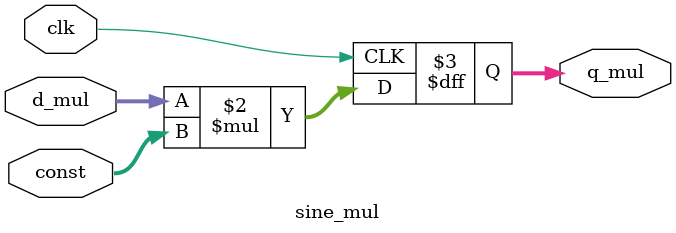
<source format=v>
module sine_mul
(
  input             clk,

  input      [83:0] const,
  input      [83:0] d_mul,
    
  output reg [167:0] q_mul
);

  always @ ( posedge clk ) begin  
    q_mul <= d_mul * const;
  end

endmodule
</source>
